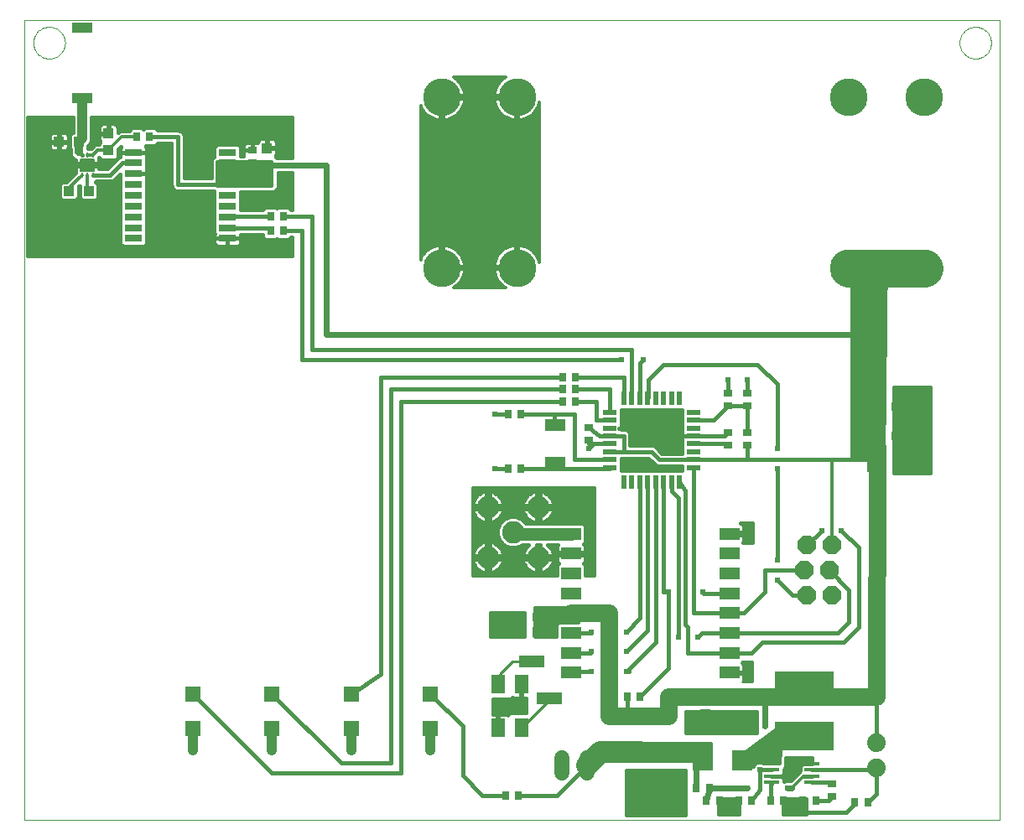
<source format=gtl>
G75*
%MOIN*%
%OFA0B0*%
%FSLAX24Y24*%
%IPPOS*%
%LPD*%
%AMOC8*
5,1,8,0,0,1.08239X$1,22.5*
%
%ADD10C,0.0000*%
%ADD11R,0.0580X0.0200*%
%ADD12R,0.0200X0.0580*%
%ADD13R,0.0787X0.0394*%
%ADD14R,0.0787X0.0512*%
%ADD15R,0.0709X0.0315*%
%ADD16R,0.0709X0.0276*%
%ADD17C,0.0886*%
%ADD18R,0.0591X0.0591*%
%ADD19R,0.0354X0.0276*%
%ADD20R,0.0276X0.0354*%
%ADD21R,0.0394X0.0394*%
%ADD22R,0.0394X0.0433*%
%ADD23R,0.0433X0.0394*%
%ADD24R,0.1063X0.0630*%
%ADD25C,0.1500*%
%ADD26OC8,0.0740*%
%ADD27R,0.0600X0.0180*%
%ADD28R,0.0787X0.0787*%
%ADD29R,0.0110X0.0197*%
%ADD30C,0.0050*%
%ADD31C,0.0740*%
%ADD32R,0.2362X0.1181*%
%ADD33R,0.0630X0.1063*%
%ADD34R,0.1000X0.0500*%
%ADD35R,0.0551X0.0748*%
%ADD36C,0.0600*%
%ADD37C,0.0160*%
%ADD38C,0.0238*%
%ADD39C,0.0400*%
%ADD40C,0.0100*%
%ADD41C,0.0120*%
%ADD42C,0.1500*%
%ADD43C,0.0240*%
%ADD44C,0.0700*%
%ADD45C,0.0500*%
%ADD46C,0.0860*%
%ADD47C,0.0320*%
D10*
X000574Y000251D02*
X000574Y032054D01*
X039341Y032054D01*
X039341Y000251D01*
X000574Y000251D01*
X000928Y031156D02*
X000930Y031206D01*
X000936Y031256D01*
X000946Y031305D01*
X000960Y031353D01*
X000977Y031400D01*
X000998Y031445D01*
X001023Y031489D01*
X001051Y031530D01*
X001083Y031569D01*
X001117Y031606D01*
X001154Y031640D01*
X001194Y031670D01*
X001236Y031697D01*
X001280Y031721D01*
X001326Y031742D01*
X001373Y031758D01*
X001421Y031771D01*
X001471Y031780D01*
X001520Y031785D01*
X001571Y031786D01*
X001621Y031783D01*
X001670Y031776D01*
X001719Y031765D01*
X001767Y031750D01*
X001813Y031732D01*
X001858Y031710D01*
X001901Y031684D01*
X001942Y031655D01*
X001981Y031623D01*
X002017Y031588D01*
X002049Y031550D01*
X002079Y031510D01*
X002106Y031467D01*
X002129Y031423D01*
X002148Y031377D01*
X002164Y031329D01*
X002176Y031280D01*
X002184Y031231D01*
X002188Y031181D01*
X002188Y031131D01*
X002184Y031081D01*
X002176Y031032D01*
X002164Y030983D01*
X002148Y030935D01*
X002129Y030889D01*
X002106Y030845D01*
X002079Y030802D01*
X002049Y030762D01*
X002017Y030724D01*
X001981Y030689D01*
X001942Y030657D01*
X001901Y030628D01*
X001858Y030602D01*
X001813Y030580D01*
X001767Y030562D01*
X001719Y030547D01*
X001670Y030536D01*
X001621Y030529D01*
X001571Y030526D01*
X001520Y030527D01*
X001471Y030532D01*
X001421Y030541D01*
X001373Y030554D01*
X001326Y030570D01*
X001280Y030591D01*
X001236Y030615D01*
X001194Y030642D01*
X001154Y030672D01*
X001117Y030706D01*
X001083Y030743D01*
X001051Y030782D01*
X001023Y030823D01*
X000998Y030867D01*
X000977Y030912D01*
X000960Y030959D01*
X000946Y031007D01*
X000936Y031056D01*
X000930Y031106D01*
X000928Y031156D01*
X037739Y031156D02*
X037741Y031206D01*
X037747Y031256D01*
X037757Y031305D01*
X037771Y031353D01*
X037788Y031400D01*
X037809Y031445D01*
X037834Y031489D01*
X037862Y031530D01*
X037894Y031569D01*
X037928Y031606D01*
X037965Y031640D01*
X038005Y031670D01*
X038047Y031697D01*
X038091Y031721D01*
X038137Y031742D01*
X038184Y031758D01*
X038232Y031771D01*
X038282Y031780D01*
X038331Y031785D01*
X038382Y031786D01*
X038432Y031783D01*
X038481Y031776D01*
X038530Y031765D01*
X038578Y031750D01*
X038624Y031732D01*
X038669Y031710D01*
X038712Y031684D01*
X038753Y031655D01*
X038792Y031623D01*
X038828Y031588D01*
X038860Y031550D01*
X038890Y031510D01*
X038917Y031467D01*
X038940Y031423D01*
X038959Y031377D01*
X038975Y031329D01*
X038987Y031280D01*
X038995Y031231D01*
X038999Y031181D01*
X038999Y031131D01*
X038995Y031081D01*
X038987Y031032D01*
X038975Y030983D01*
X038959Y030935D01*
X038940Y030889D01*
X038917Y030845D01*
X038890Y030802D01*
X038860Y030762D01*
X038828Y030724D01*
X038792Y030689D01*
X038753Y030657D01*
X038712Y030628D01*
X038669Y030602D01*
X038624Y030580D01*
X038578Y030562D01*
X038530Y030547D01*
X038481Y030536D01*
X038432Y030529D01*
X038382Y030526D01*
X038331Y030527D01*
X038282Y030532D01*
X038232Y030541D01*
X038184Y030554D01*
X038137Y030570D01*
X038091Y030591D01*
X038047Y030615D01*
X038005Y030642D01*
X037965Y030672D01*
X037928Y030706D01*
X037894Y030743D01*
X037862Y030782D01*
X037834Y030823D01*
X037809Y030867D01*
X037788Y030912D01*
X037771Y030959D01*
X037757Y031007D01*
X037747Y031056D01*
X037741Y031106D01*
X037739Y031156D01*
D11*
X027177Y016469D03*
X027177Y016159D03*
X027177Y015839D03*
X027177Y015529D03*
X027177Y015209D03*
X027177Y014899D03*
X027177Y014579D03*
X027177Y014269D03*
X023837Y014269D03*
X023837Y014579D03*
X023837Y014899D03*
X023837Y015209D03*
X023837Y015529D03*
X023837Y015839D03*
X023837Y016159D03*
X023837Y016469D03*
D12*
X024407Y017039D03*
X024717Y017039D03*
X025037Y017039D03*
X025347Y017039D03*
X025667Y017039D03*
X025977Y017039D03*
X026297Y017039D03*
X026607Y017039D03*
X026607Y013699D03*
X026297Y013699D03*
X025977Y013699D03*
X025667Y013699D03*
X025347Y013699D03*
X025037Y013699D03*
X024717Y013699D03*
X024407Y013699D03*
D13*
X002873Y028961D03*
X002873Y031757D03*
D14*
X021676Y015959D03*
X021676Y014463D03*
X022298Y011629D03*
X022298Y010841D03*
X022298Y010054D03*
X022298Y009267D03*
X022298Y008479D03*
X022298Y007692D03*
X022298Y006904D03*
X022298Y006117D03*
X028597Y006117D03*
X028597Y006904D03*
X028597Y007692D03*
X028597Y008479D03*
X028597Y009267D03*
X028597Y010054D03*
X028597Y010841D03*
X028597Y011629D03*
D15*
X008652Y023786D03*
X008652Y024219D03*
X008652Y024652D03*
X008652Y025085D03*
X008652Y025519D03*
X008652Y025952D03*
X008652Y026385D03*
X004912Y026385D03*
X004912Y025952D03*
X004912Y025519D03*
X004912Y025085D03*
X004912Y024652D03*
X004912Y024219D03*
X004912Y023786D03*
D16*
X004912Y023373D03*
X008652Y023373D03*
X008652Y026798D03*
X004912Y026798D03*
D17*
X018991Y012700D03*
X019991Y011700D03*
X020991Y012700D03*
X020991Y010700D03*
X018991Y010700D03*
D18*
X016715Y005270D03*
X016715Y003893D03*
X013566Y003893D03*
X013566Y005270D03*
X010416Y005270D03*
X010416Y003893D03*
X007267Y003893D03*
X007267Y005270D03*
D19*
X023015Y015349D03*
X023015Y015861D03*
X028526Y015664D03*
X028526Y015152D03*
X029314Y015152D03*
X029314Y015664D03*
X029314Y016727D03*
X029314Y017239D03*
X028526Y017239D03*
X028526Y016727D03*
X026656Y002672D03*
X026656Y002160D03*
X032660Y001688D03*
X032660Y001176D03*
X009629Y026373D03*
X009629Y026885D03*
D20*
X010357Y024267D03*
X010869Y024267D03*
X010869Y023676D03*
X010357Y023676D03*
X005554Y027416D03*
X005042Y027416D03*
X019806Y016393D03*
X020318Y016393D03*
X021971Y016885D03*
X021971Y017377D03*
X022483Y017377D03*
X022483Y016885D03*
X022483Y017869D03*
X021971Y017869D03*
X020318Y014227D03*
X019806Y014227D03*
X020397Y008322D03*
X020908Y008322D03*
X024530Y005172D03*
X025042Y005172D03*
X027286Y001530D03*
X027798Y001530D03*
X027680Y001038D03*
X028192Y001038D03*
X028960Y001038D03*
X029471Y001038D03*
X030239Y001038D03*
X030751Y001038D03*
X031519Y001038D03*
X032030Y001038D03*
X033586Y000940D03*
X034097Y000940D03*
X020219Y001235D03*
X019708Y001235D03*
X034668Y015507D03*
X035180Y015507D03*
X035180Y016688D03*
X034668Y016688D03*
D21*
X003133Y025251D03*
X002345Y025251D03*
X001952Y027219D03*
X002739Y027219D03*
D22*
X003920Y026885D03*
X003920Y027554D03*
X010219Y026963D03*
X010219Y026294D03*
X027641Y005113D03*
X027641Y004444D03*
X026066Y002751D03*
X026066Y002081D03*
D23*
X020987Y007731D03*
X020318Y007731D03*
X034589Y016097D03*
X035259Y016097D03*
X035259Y017278D03*
X034589Y017278D03*
D24*
X029117Y005133D03*
X029117Y004030D03*
X025082Y002967D03*
X025082Y001865D03*
D25*
X020160Y022200D03*
X017168Y022200D03*
X017168Y028991D03*
X020160Y028991D03*
X033349Y028991D03*
X036341Y028991D03*
X036341Y022200D03*
X033349Y022200D03*
D26*
X032676Y011176D03*
X031676Y011176D03*
X031576Y010176D03*
X032576Y010176D03*
X032676Y009176D03*
X031676Y009176D03*
D27*
X031886Y002501D03*
X031886Y002251D03*
X031886Y001991D03*
X031886Y001741D03*
X030286Y001741D03*
X030286Y001991D03*
X030286Y002251D03*
X030286Y002501D03*
D28*
X029117Y002613D03*
X027542Y002613D03*
D29*
X003290Y025900D03*
X003074Y025900D03*
X002857Y025900D03*
X002857Y026688D03*
X003074Y026688D03*
X003290Y026688D03*
D30*
X002810Y026521D02*
X002810Y026067D01*
X002810Y026521D02*
X003338Y026521D01*
X003338Y026067D01*
X002810Y026067D01*
X002810Y026116D02*
X003338Y026116D01*
X003338Y026165D02*
X002810Y026165D01*
X002810Y026214D02*
X003338Y026214D01*
X003338Y026263D02*
X002810Y026263D01*
X002810Y026312D02*
X003338Y026312D01*
X003338Y026361D02*
X002810Y026361D01*
X002810Y026410D02*
X003338Y026410D01*
X003338Y026459D02*
X002810Y026459D01*
X002810Y026508D02*
X003338Y026508D01*
D31*
X034432Y003318D03*
X034432Y002318D03*
D32*
X031578Y003581D03*
X031578Y005581D03*
D33*
X034373Y014621D03*
X035475Y014621D03*
D34*
X021440Y005074D03*
X020751Y006550D03*
D35*
X020337Y005644D03*
X019393Y005644D03*
X019393Y003912D03*
X020337Y003912D03*
D36*
X021924Y002716D02*
X021924Y002116D01*
X022924Y002116D02*
X022924Y002716D01*
D37*
X022924Y002416D02*
X021743Y001235D01*
X020219Y001235D01*
X019708Y001235D02*
X018782Y001235D01*
X017995Y002022D01*
X017995Y003991D01*
X016715Y005270D01*
X014747Y006058D02*
X014747Y017869D01*
X021971Y017869D01*
X022483Y017869D02*
X024407Y017869D01*
X024407Y017039D01*
X024717Y017039D02*
X024717Y018952D01*
X011991Y018952D01*
X011991Y024267D01*
X010869Y024267D01*
X011178Y024527D02*
X011081Y024624D01*
X010657Y024624D01*
X010613Y024580D01*
X010570Y024624D01*
X010145Y024624D01*
X010048Y024527D01*
X009187Y024527D01*
X009187Y025208D01*
X010464Y025208D01*
X010552Y025244D01*
X010620Y025312D01*
X010656Y025400D01*
X010656Y025994D01*
X011204Y025994D01*
X011204Y024527D01*
X011178Y024527D01*
X011204Y024660D02*
X009187Y024660D01*
X009187Y024818D02*
X011204Y024818D01*
X011204Y024977D02*
X009187Y024977D01*
X009187Y025135D02*
X011204Y025135D01*
X011204Y025294D02*
X010602Y025294D01*
X010656Y025452D02*
X011204Y025452D01*
X011204Y025611D02*
X010656Y025611D01*
X010656Y025769D02*
X011204Y025769D01*
X011204Y025928D02*
X010656Y025928D01*
X010593Y026594D02*
X010556Y026632D01*
X010560Y026636D01*
X010584Y026677D01*
X010596Y026723D01*
X010596Y026945D01*
X010238Y026945D01*
X010238Y026982D01*
X010201Y026982D01*
X010201Y027360D01*
X009999Y027360D01*
X009953Y027348D01*
X009912Y027324D01*
X009878Y027290D01*
X009855Y027249D01*
X009843Y027204D01*
X009843Y027199D01*
X009830Y027202D01*
X009629Y027202D01*
X009629Y026885D01*
X009629Y026885D01*
X009629Y027202D01*
X009428Y027202D01*
X009382Y027190D01*
X009341Y027166D01*
X009308Y027133D01*
X009284Y027092D01*
X009272Y027046D01*
X009272Y026885D01*
X009629Y026885D01*
X009629Y026885D01*
X009272Y026885D01*
X009272Y026723D01*
X009284Y026677D01*
X009287Y026672D01*
X009187Y026672D01*
X009187Y027010D01*
X009081Y027116D01*
X008224Y027116D01*
X008118Y027010D01*
X008118Y026637D01*
X008115Y026635D01*
X008047Y026568D01*
X008011Y026480D01*
X008011Y025779D01*
X006936Y025779D01*
X006936Y027468D01*
X006896Y027563D01*
X006823Y027637D01*
X006728Y027676D01*
X005864Y027676D01*
X005766Y027773D01*
X005342Y027773D01*
X005298Y027730D01*
X005255Y027773D01*
X004830Y027773D01*
X004724Y027668D01*
X004724Y027656D01*
X004404Y027656D01*
X004316Y027620D01*
X004297Y027601D01*
X004297Y027794D01*
X004285Y027840D01*
X004261Y027881D01*
X004228Y027915D01*
X004186Y027938D01*
X004141Y027950D01*
X003939Y027950D01*
X003939Y027572D01*
X003902Y027572D01*
X003902Y027536D01*
X003543Y027536D01*
X003543Y027314D01*
X003556Y027268D01*
X003579Y027227D01*
X003587Y027219D01*
X003543Y027176D01*
X003543Y027125D01*
X003439Y027125D01*
X003351Y027088D01*
X003229Y026966D01*
X003116Y026966D01*
X003116Y027059D01*
X003195Y027138D01*
X003253Y027278D01*
X003253Y028204D01*
X011204Y028204D01*
X011204Y026594D01*
X010593Y026594D01*
X010595Y026720D02*
X011204Y026720D01*
X011204Y026879D02*
X010596Y026879D01*
X010596Y026982D02*
X010596Y027204D01*
X010584Y027249D01*
X010560Y027290D01*
X010527Y027324D01*
X010486Y027348D01*
X010440Y027360D01*
X010238Y027360D01*
X010238Y026982D01*
X010596Y026982D01*
X010596Y027037D02*
X011204Y027037D01*
X011204Y027196D02*
X010596Y027196D01*
X010461Y027354D02*
X011204Y027354D01*
X011204Y027513D02*
X006917Y027513D01*
X006936Y027354D02*
X009978Y027354D01*
X010201Y027354D02*
X010238Y027354D01*
X010238Y027196D02*
X010201Y027196D01*
X010201Y027037D02*
X010238Y027037D01*
X009629Y027037D02*
X009629Y027037D01*
X009629Y027196D02*
X009629Y027196D01*
X009403Y027196D02*
X006936Y027196D01*
X006936Y027037D02*
X008145Y027037D01*
X008118Y026879D02*
X006936Y026879D01*
X006936Y026720D02*
X008118Y026720D01*
X008045Y026562D02*
X006936Y026562D01*
X006936Y026403D02*
X008011Y026403D01*
X008011Y026245D02*
X006936Y026245D01*
X006936Y026086D02*
X008011Y026086D01*
X008011Y025928D02*
X006936Y025928D01*
X006416Y025928D02*
X005447Y025928D01*
X005447Y025952D02*
X004912Y025952D01*
X005447Y025952D01*
X005447Y026133D01*
X005442Y026148D01*
X005447Y026153D01*
X005447Y026617D01*
X005442Y026621D01*
X005447Y026637D01*
X005447Y026798D01*
X005447Y026960D01*
X005434Y027005D01*
X005411Y027046D01*
X005398Y027059D01*
X005766Y027059D01*
X005864Y027156D01*
X006416Y027156D01*
X006416Y025467D01*
X006456Y025371D01*
X006529Y025298D01*
X006624Y025259D01*
X008101Y025259D01*
X008115Y025244D01*
X008118Y025243D01*
X008118Y023554D01*
X008122Y023550D01*
X008118Y023534D01*
X008118Y023373D01*
X008652Y023373D01*
X008652Y023373D01*
X008118Y023373D01*
X008118Y023211D01*
X008130Y023166D01*
X008154Y023125D01*
X008188Y023091D01*
X008229Y023067D01*
X008274Y023055D01*
X008652Y023055D01*
X008652Y023373D01*
X008652Y023373D01*
X009187Y023373D01*
X009187Y023526D01*
X010039Y023526D01*
X010039Y023424D01*
X010145Y023319D01*
X010570Y023319D01*
X010613Y023362D01*
X010657Y023319D01*
X011081Y023319D01*
X011178Y023416D01*
X011204Y023416D01*
X011204Y022692D01*
X000714Y022692D01*
X000714Y028204D01*
X002493Y028204D01*
X002493Y027596D01*
X002468Y027596D01*
X002362Y027491D01*
X002362Y027302D01*
X002359Y027295D01*
X002359Y027144D01*
X002362Y027136D01*
X002362Y026948D01*
X002399Y026911D01*
X002399Y026738D01*
X002451Y026613D01*
X002546Y026518D01*
X002604Y026494D01*
X002604Y026340D01*
X003028Y026340D01*
X003028Y026248D01*
X002604Y026248D01*
X002604Y026040D01*
X002616Y025998D01*
X002245Y025628D01*
X002074Y025628D01*
X001969Y025522D01*
X001969Y024979D01*
X002074Y024874D01*
X002617Y024874D01*
X002722Y024979D01*
X002722Y025426D01*
X002756Y025460D01*
X002756Y024979D01*
X002861Y024874D01*
X003404Y024874D01*
X003510Y024979D01*
X003510Y025522D01*
X003410Y025622D01*
X003420Y025622D01*
X003438Y025640D01*
X004031Y025640D01*
X004126Y025680D01*
X004378Y025931D01*
X004378Y025770D01*
X004382Y025755D01*
X004378Y025751D01*
X004378Y023160D01*
X004483Y023055D01*
X005341Y023055D01*
X005447Y023160D01*
X005447Y025751D01*
X005442Y025755D01*
X005447Y025770D01*
X005447Y025952D01*
X005447Y026086D02*
X006416Y026086D01*
X006416Y026245D02*
X005447Y026245D01*
X005447Y026403D02*
X006416Y026403D01*
X006416Y026562D02*
X005447Y026562D01*
X005447Y026720D02*
X006416Y026720D01*
X006416Y026879D02*
X005447Y026879D01*
X005447Y026798D02*
X004912Y026798D01*
X004378Y026798D01*
X004378Y026637D01*
X004379Y026631D01*
X004316Y026605D01*
X003872Y026160D01*
X003543Y026160D01*
X003543Y026248D01*
X003120Y026248D01*
X003120Y026340D01*
X003543Y026340D01*
X003543Y026548D01*
X003532Y026590D01*
X003543Y026601D01*
X003543Y026594D01*
X003649Y026488D01*
X004192Y026488D01*
X004297Y026594D01*
X004297Y026922D01*
X004404Y027029D01*
X004390Y027005D01*
X004378Y026960D01*
X004378Y026798D01*
X004912Y026798D01*
X004912Y026798D01*
X004912Y026798D01*
X005447Y026798D01*
X005416Y027037D02*
X006416Y027037D01*
X006676Y027416D02*
X005554Y027416D01*
X004728Y027671D02*
X004297Y027671D01*
X004287Y027830D02*
X011204Y027830D01*
X011204Y027988D02*
X003253Y027988D01*
X003253Y027830D02*
X003553Y027830D01*
X003556Y027840D02*
X003543Y027794D01*
X003543Y027572D01*
X003902Y027572D01*
X003902Y027950D01*
X003700Y027950D01*
X003654Y027938D01*
X003613Y027915D01*
X003579Y027881D01*
X003556Y027840D01*
X003543Y027671D02*
X003253Y027671D01*
X003253Y027513D02*
X003543Y027513D01*
X003543Y027354D02*
X003253Y027354D01*
X003219Y027196D02*
X003563Y027196D01*
X003300Y027037D02*
X003116Y027037D01*
X002857Y026688D02*
X002739Y026806D01*
X002502Y026562D02*
X000714Y026562D01*
X000714Y026720D02*
X002406Y026720D01*
X002399Y026879D02*
X002259Y026879D01*
X002259Y026878D02*
X002293Y026912D01*
X002316Y026953D01*
X002329Y026999D01*
X002329Y027201D01*
X001970Y027201D01*
X001970Y027238D01*
X001933Y027238D01*
X001933Y027596D01*
X001731Y027596D01*
X001685Y027584D01*
X001644Y027560D01*
X001611Y027527D01*
X001587Y027486D01*
X001575Y027440D01*
X001575Y027238D01*
X001933Y027238D01*
X001933Y027201D01*
X001575Y027201D01*
X001575Y026999D01*
X001587Y026953D01*
X001611Y026912D01*
X001644Y026878D01*
X001685Y026855D01*
X001731Y026842D01*
X001933Y026842D01*
X001933Y027201D01*
X001970Y027201D01*
X001970Y026842D01*
X002172Y026842D01*
X002218Y026855D01*
X002259Y026878D01*
X002329Y027037D02*
X002362Y027037D01*
X002359Y027196D02*
X002329Y027196D01*
X002329Y027238D02*
X002329Y027440D01*
X002316Y027486D01*
X002293Y027527D01*
X002259Y027560D01*
X002218Y027584D01*
X002172Y027596D01*
X001970Y027596D01*
X001970Y027238D01*
X002329Y027238D01*
X002329Y027354D02*
X002362Y027354D01*
X002384Y027513D02*
X002301Y027513D01*
X002493Y027671D02*
X000714Y027671D01*
X000714Y027513D02*
X001603Y027513D01*
X001575Y027354D02*
X000714Y027354D01*
X000714Y027196D02*
X001575Y027196D01*
X001575Y027037D02*
X000714Y027037D01*
X000714Y026879D02*
X001644Y026879D01*
X001933Y026879D02*
X001970Y026879D01*
X001970Y027037D02*
X001933Y027037D01*
X001933Y027196D02*
X001970Y027196D01*
X001970Y027354D02*
X001933Y027354D01*
X001933Y027513D02*
X001970Y027513D01*
X002493Y027830D02*
X000714Y027830D01*
X000714Y027988D02*
X002493Y027988D01*
X002493Y028147D02*
X000714Y028147D01*
X000714Y026403D02*
X002604Y026403D01*
X002604Y026245D02*
X000714Y026245D01*
X000714Y026086D02*
X002604Y026086D01*
X002545Y025928D02*
X000714Y025928D01*
X000714Y025769D02*
X002387Y025769D01*
X002057Y025611D02*
X000714Y025611D01*
X000714Y025452D02*
X001969Y025452D01*
X001969Y025294D02*
X000714Y025294D01*
X000714Y025135D02*
X001969Y025135D01*
X001971Y024977D02*
X000714Y024977D01*
X000714Y024818D02*
X004378Y024818D01*
X004378Y024660D02*
X000714Y024660D01*
X000714Y024501D02*
X004378Y024501D01*
X004378Y024343D02*
X000714Y024343D01*
X000714Y024184D02*
X004378Y024184D01*
X004378Y024026D02*
X000714Y024026D01*
X000714Y023867D02*
X004378Y023867D01*
X004378Y023709D02*
X000714Y023709D01*
X000714Y023550D02*
X004378Y023550D01*
X004378Y023392D02*
X000714Y023392D01*
X000714Y023233D02*
X004378Y023233D01*
X004464Y023075D02*
X000714Y023075D01*
X000714Y022916D02*
X011204Y022916D01*
X011204Y022758D02*
X000714Y022758D01*
X002720Y024977D02*
X002758Y024977D01*
X002756Y025135D02*
X002722Y025135D01*
X002722Y025294D02*
X002756Y025294D01*
X002749Y025452D02*
X002756Y025452D01*
X003421Y025611D02*
X004378Y025611D01*
X004378Y025769D02*
X004216Y025769D01*
X004374Y025928D02*
X004378Y025928D01*
X003979Y025900D02*
X004463Y026385D01*
X004912Y026385D01*
X004912Y025952D02*
X004912Y025952D01*
X005446Y025769D02*
X006416Y025769D01*
X006416Y025611D02*
X005447Y025611D01*
X005447Y025452D02*
X006422Y025452D01*
X006539Y025294D02*
X005447Y025294D01*
X005447Y025135D02*
X008118Y025135D01*
X008118Y024977D02*
X005447Y024977D01*
X005447Y024818D02*
X008118Y024818D01*
X008118Y024660D02*
X005447Y024660D01*
X005447Y024501D02*
X008118Y024501D01*
X008118Y024343D02*
X005447Y024343D01*
X005447Y024184D02*
X008118Y024184D01*
X008118Y024026D02*
X005447Y024026D01*
X005447Y023867D02*
X008118Y023867D01*
X008118Y023709D02*
X005447Y023709D01*
X005447Y023550D02*
X008122Y023550D01*
X008118Y023392D02*
X005447Y023392D01*
X005447Y023233D02*
X008118Y023233D01*
X008216Y023075D02*
X005361Y023075D01*
X004378Y024977D02*
X003507Y024977D01*
X003510Y025135D02*
X004378Y025135D01*
X004378Y025294D02*
X003510Y025294D01*
X003510Y025452D02*
X004378Y025452D01*
X003979Y025900D02*
X003290Y025900D01*
X003543Y026245D02*
X003956Y026245D01*
X004114Y026403D02*
X003543Y026403D01*
X003539Y026562D02*
X003575Y026562D01*
X004265Y026562D02*
X004273Y026562D01*
X004297Y026720D02*
X004378Y026720D01*
X004378Y026879D02*
X004297Y026879D01*
X003939Y027671D02*
X003902Y027671D01*
X003902Y027830D02*
X003939Y027830D01*
X003253Y028147D02*
X011204Y028147D01*
X011204Y027671D02*
X006739Y027671D01*
X006676Y027416D02*
X006676Y025519D01*
X008652Y025519D01*
X008700Y024267D02*
X010357Y024267D01*
X010247Y023786D02*
X010357Y023676D01*
X010247Y023786D02*
X008652Y023786D01*
X008652Y023373D02*
X008652Y023373D01*
X008652Y023055D01*
X009030Y023055D01*
X009076Y023067D01*
X009117Y023091D01*
X009151Y023125D01*
X009175Y023166D01*
X009187Y023211D01*
X009187Y023373D01*
X008652Y023373D01*
X008652Y023233D02*
X008652Y023233D01*
X008652Y023075D02*
X008652Y023075D01*
X009089Y023075D02*
X011204Y023075D01*
X011204Y023233D02*
X009187Y023233D01*
X009187Y023392D02*
X010072Y023392D01*
X010869Y023676D02*
X011597Y023676D01*
X011597Y018558D01*
X024294Y018558D01*
X025037Y018415D02*
X025180Y018558D01*
X025037Y018415D02*
X025037Y017039D01*
X025347Y017039D02*
X025377Y017069D01*
X025377Y017770D01*
X025967Y018361D01*
X029708Y018361D01*
X030495Y017574D01*
X030495Y015015D01*
X030495Y014227D02*
X030495Y010585D01*
X030003Y010192D02*
X031560Y010192D01*
X031576Y010176D01*
X032576Y010176D02*
X033349Y009403D01*
X033349Y008125D01*
X032916Y007692D01*
X028597Y007692D01*
X027503Y007692D01*
X027345Y007534D01*
X026952Y007928D02*
X026853Y008026D01*
X026853Y013354D01*
X026607Y013699D01*
X026297Y013699D02*
X026297Y013307D01*
X026558Y013046D01*
X026558Y007534D01*
X026952Y007928D02*
X026952Y006904D01*
X028597Y006904D01*
X029471Y006904D01*
X029904Y007337D01*
X033152Y007337D01*
X033743Y007928D01*
X033743Y011078D01*
X033054Y011767D01*
X032267Y011767D02*
X031676Y011176D01*
X030495Y009798D02*
X031117Y009176D01*
X031676Y009176D01*
X030003Y009306D02*
X030003Y010192D01*
X030003Y009306D02*
X029176Y008479D01*
X028597Y008479D01*
X027177Y008479D01*
X027177Y014269D01*
X027177Y014579D02*
X025813Y014579D01*
X025493Y014899D01*
X023837Y014899D01*
X024393Y014899D01*
X024393Y015529D01*
X023837Y015529D01*
X023445Y015529D01*
X023015Y015861D01*
X023310Y016159D02*
X023310Y016885D01*
X022483Y016885D01*
X022483Y017377D02*
X023837Y017377D01*
X023837Y016469D01*
X023837Y016159D02*
X023310Y016159D01*
X023015Y015349D02*
X023015Y015209D01*
X023211Y015209D01*
X023015Y015015D01*
X023211Y015209D02*
X023837Y015209D01*
X023839Y015211D01*
X024307Y015789D02*
X024307Y015839D01*
X024307Y015963D01*
X024302Y015980D01*
X024307Y015984D01*
X024307Y016569D01*
X026707Y016569D01*
X026707Y015664D01*
X026709Y015662D01*
X026707Y015653D01*
X026707Y015529D01*
X026952Y015529D01*
X026952Y015529D01*
X026707Y015529D01*
X026707Y015405D01*
X026711Y015388D01*
X026707Y015383D01*
X026707Y014839D01*
X025920Y014839D01*
X025713Y015046D01*
X025640Y015119D01*
X025544Y015159D01*
X024653Y015159D01*
X024653Y015581D01*
X024613Y015676D01*
X024540Y015749D01*
X024444Y015789D01*
X024307Y015789D01*
X024307Y015839D02*
X024196Y015839D01*
X024307Y015839D01*
X024307Y015942D02*
X026707Y015942D01*
X026707Y015784D02*
X024457Y015784D01*
X024634Y015625D02*
X026707Y015625D01*
X026707Y015467D02*
X024653Y015467D01*
X024653Y015308D02*
X026707Y015308D01*
X026707Y015150D02*
X025566Y015150D01*
X025768Y014991D02*
X026707Y014991D01*
X027177Y015209D02*
X028470Y015209D01*
X028526Y015152D01*
X028391Y015529D02*
X027177Y015529D01*
X027177Y016159D02*
X027958Y016159D01*
X028526Y016727D01*
X029314Y016727D01*
X029314Y015664D01*
X029314Y015152D02*
X029314Y014579D01*
X032660Y014579D01*
X034426Y014579D01*
X034471Y014625D01*
X029511Y012062D02*
X029511Y011274D01*
X029142Y011274D01*
X029159Y011303D01*
X029171Y011349D01*
X029171Y011581D01*
X028645Y011581D01*
X028645Y011677D01*
X029171Y011677D01*
X029171Y011908D01*
X029159Y011954D01*
X029135Y011995D01*
X029102Y012029D01*
X029061Y012052D01*
X029025Y012062D01*
X029511Y012062D01*
X029511Y011980D02*
X029144Y011980D01*
X029171Y011821D02*
X029511Y011821D01*
X029511Y011663D02*
X028645Y011663D01*
X029171Y011504D02*
X029511Y011504D01*
X029511Y011346D02*
X029170Y011346D01*
X028597Y009267D02*
X027582Y009267D01*
X027542Y009306D01*
X026164Y009306D02*
X026164Y006294D01*
X025042Y005172D01*
X024530Y005172D02*
X024530Y004522D01*
X024393Y004385D01*
X024688Y003302D02*
X027837Y003302D01*
X027837Y002613D01*
X024688Y002613D01*
X024688Y003302D01*
X024688Y003262D02*
X027837Y003262D01*
X027837Y003104D02*
X024688Y003104D01*
X024688Y002945D02*
X027837Y002945D01*
X027837Y002787D02*
X024688Y002787D01*
X024688Y002628D02*
X027837Y002628D01*
X026853Y002219D02*
X026853Y000448D01*
X024491Y000448D01*
X024491Y002219D01*
X026853Y002219D01*
X026853Y002153D02*
X024491Y002153D01*
X024491Y001994D02*
X026853Y001994D01*
X026853Y001836D02*
X024491Y001836D01*
X024491Y001677D02*
X026853Y001677D01*
X026853Y001519D02*
X024491Y001519D01*
X024491Y001360D02*
X026853Y001360D01*
X026853Y001202D02*
X024491Y001202D01*
X024491Y001043D02*
X026853Y001043D01*
X026853Y000885D02*
X024491Y000885D01*
X024491Y000726D02*
X026853Y000726D01*
X026853Y000568D02*
X024491Y000568D01*
X029471Y001038D02*
X029806Y001471D01*
X029806Y002251D01*
X030286Y002251D01*
X030286Y001991D02*
X030889Y001991D01*
X030889Y002318D01*
X030829Y002335D02*
X030824Y002416D01*
X030841Y002711D01*
X031873Y002711D01*
X031873Y002521D01*
X031511Y002521D01*
X031406Y002415D01*
X031406Y002214D01*
X031399Y002211D01*
X031326Y002138D01*
X031306Y002090D01*
X031046Y001830D01*
X030829Y001830D01*
X030766Y001804D01*
X030766Y001905D01*
X030675Y001996D01*
X030766Y002086D01*
X030766Y002261D01*
X030817Y002308D01*
X030818Y002323D01*
X030829Y002335D01*
X030818Y002311D02*
X031406Y002311D01*
X031282Y002318D02*
X031282Y002501D01*
X031886Y002501D01*
X031873Y002628D02*
X030836Y002628D01*
X030827Y002470D02*
X031460Y002470D01*
X031479Y002613D02*
X031479Y002680D01*
X031340Y002153D02*
X030766Y002153D01*
X030677Y001994D02*
X031210Y001994D01*
X031052Y001836D02*
X030766Y001836D01*
X030286Y001688D02*
X030239Y001641D01*
X030239Y001038D01*
X031282Y000644D02*
X031381Y000546D01*
X033251Y000546D01*
X033586Y000881D01*
X033586Y000940D01*
X034097Y000940D02*
X034432Y001274D01*
X034432Y002318D01*
X034365Y002251D01*
X031886Y002251D01*
X032397Y002251D01*
X032607Y001741D02*
X031886Y001741D01*
X031886Y001991D02*
X031546Y001991D01*
X032030Y001038D02*
X032523Y001038D01*
X032660Y001176D01*
X032660Y001688D02*
X032607Y001741D01*
X034432Y003318D02*
X034432Y005172D01*
X026164Y009306D02*
X025967Y009306D01*
X025977Y010496D01*
X025977Y013699D01*
X025667Y013699D02*
X025667Y007332D01*
X024491Y006156D01*
X024589Y006156D01*
X024491Y006944D02*
X025347Y007799D01*
X025347Y013699D01*
X025037Y013699D02*
X025037Y008277D01*
X024491Y007731D01*
X023113Y007731D02*
X023112Y007721D01*
X023108Y007712D01*
X023102Y007703D01*
X023094Y007697D01*
X023084Y007693D01*
X023074Y007692D01*
X022298Y007692D01*
X022298Y006904D02*
X023074Y006904D01*
X023113Y006944D01*
X023113Y006156D02*
X022337Y006156D01*
X022327Y006155D01*
X022318Y006151D01*
X022309Y006145D01*
X022303Y006137D01*
X022299Y006127D01*
X022298Y006117D01*
X021724Y009995D02*
X018389Y009995D01*
X018389Y010538D01*
X018414Y010460D01*
X018458Y010373D01*
X018516Y010294D01*
X018585Y010224D01*
X018665Y010167D01*
X018752Y010122D01*
X018845Y010092D01*
X018923Y010080D01*
X018923Y010632D01*
X018389Y010632D01*
X018389Y010767D01*
X018923Y010767D01*
X018923Y010632D01*
X019059Y010632D01*
X019059Y010767D01*
X019611Y010767D01*
X019599Y010845D01*
X019568Y010939D01*
X019524Y011026D01*
X019466Y011105D01*
X019397Y011175D01*
X019318Y011232D01*
X019230Y011277D01*
X019137Y011307D01*
X019059Y011320D01*
X019059Y010767D01*
X018923Y010767D01*
X018923Y011320D01*
X018845Y011307D01*
X018752Y011277D01*
X018665Y011232D01*
X018585Y011175D01*
X018516Y011105D01*
X018458Y011026D01*
X018414Y010939D01*
X018389Y010862D01*
X018389Y012538D01*
X018414Y012460D01*
X018458Y012373D01*
X018516Y012294D01*
X018585Y012224D01*
X018665Y012167D01*
X018752Y012122D01*
X018845Y012092D01*
X018923Y012080D01*
X018923Y012632D01*
X018389Y012632D01*
X018389Y012767D01*
X018923Y012767D01*
X018923Y012632D01*
X019059Y012632D01*
X019059Y012767D01*
X019611Y012767D01*
X019599Y012845D01*
X019568Y012939D01*
X019524Y013026D01*
X019466Y013105D01*
X019397Y013175D01*
X019318Y013232D01*
X019230Y013277D01*
X019137Y013307D01*
X019059Y013320D01*
X019059Y012767D01*
X018923Y012767D01*
X018923Y013320D01*
X018845Y013307D01*
X018752Y013277D01*
X018665Y013232D01*
X018585Y013175D01*
X018516Y013105D01*
X018458Y013026D01*
X018414Y012939D01*
X018389Y012862D01*
X018389Y013440D01*
X023211Y013440D01*
X023211Y009995D01*
X022872Y009995D01*
X022872Y010384D01*
X022809Y010448D01*
X022836Y010475D01*
X022860Y010516D01*
X022872Y010562D01*
X022872Y010793D01*
X022346Y010793D01*
X022346Y010889D01*
X022872Y010889D01*
X022872Y011121D01*
X022860Y011167D01*
X022836Y011208D01*
X022809Y011235D01*
X022872Y011298D01*
X022872Y011959D01*
X022766Y012065D01*
X021830Y012065D01*
X021824Y012059D01*
X020513Y012059D01*
X020344Y012228D01*
X020115Y012323D01*
X019867Y012323D01*
X019638Y012228D01*
X019463Y012052D01*
X019368Y011824D01*
X019368Y011576D01*
X019463Y011347D01*
X019638Y011172D01*
X019867Y011077D01*
X020115Y011077D01*
X020344Y011172D01*
X020371Y011199D01*
X020618Y011199D01*
X020585Y011175D01*
X020516Y011105D01*
X020458Y011026D01*
X020414Y010939D01*
X020383Y010845D01*
X020371Y010767D01*
X020923Y010767D01*
X020923Y010632D01*
X020371Y010632D01*
X020383Y010554D01*
X020414Y010460D01*
X020458Y010373D01*
X020516Y010294D01*
X020585Y010224D01*
X020665Y010167D01*
X020752Y010122D01*
X020845Y010092D01*
X020923Y010080D01*
X020923Y010632D01*
X021059Y010632D01*
X021059Y010767D01*
X021611Y010767D01*
X021599Y010845D01*
X021568Y010939D01*
X021524Y011026D01*
X021466Y011105D01*
X021397Y011175D01*
X021364Y011199D01*
X021755Y011199D01*
X021737Y011167D01*
X021724Y011121D01*
X021724Y010889D01*
X022250Y010889D01*
X022250Y010793D01*
X021724Y010793D01*
X021724Y010562D01*
X021737Y010516D01*
X021760Y010475D01*
X021788Y010448D01*
X021724Y010384D01*
X021724Y009995D01*
X021724Y010078D02*
X018389Y010078D01*
X018389Y010236D02*
X018573Y010236D01*
X018447Y010395D02*
X018389Y010395D01*
X018389Y010712D02*
X018923Y010712D01*
X019059Y010712D02*
X020923Y010712D01*
X020923Y010767D02*
X020923Y011199D01*
X021059Y011199D01*
X021059Y010767D01*
X020923Y010767D01*
X020923Y010870D02*
X021059Y010870D01*
X021059Y010712D02*
X021724Y010712D01*
X021611Y010632D02*
X021059Y010632D01*
X021059Y010080D01*
X021137Y010092D01*
X021230Y010122D01*
X021318Y010167D01*
X021397Y010224D01*
X021466Y010294D01*
X021524Y010373D01*
X021568Y010460D01*
X021599Y010554D01*
X021611Y010632D01*
X021598Y010553D02*
X021727Y010553D01*
X021735Y010395D02*
X021535Y010395D01*
X021409Y010236D02*
X021724Y010236D01*
X021059Y010236D02*
X020923Y010236D01*
X020923Y010395D02*
X021059Y010395D01*
X021059Y010553D02*
X020923Y010553D01*
X020573Y010236D02*
X019409Y010236D01*
X019397Y010224D02*
X019466Y010294D01*
X019524Y010373D01*
X019568Y010460D01*
X019599Y010554D01*
X019611Y010632D01*
X019059Y010632D01*
X019059Y010080D01*
X019137Y010092D01*
X019230Y010122D01*
X019318Y010167D01*
X019397Y010224D01*
X019535Y010395D02*
X020447Y010395D01*
X020384Y010553D02*
X019598Y010553D01*
X019591Y010870D02*
X020392Y010870D01*
X020460Y011029D02*
X019522Y011029D01*
X019622Y011187D02*
X019380Y011187D01*
X019464Y011346D02*
X018389Y011346D01*
X018389Y011504D02*
X019398Y011504D01*
X019368Y011663D02*
X018389Y011663D01*
X018389Y011821D02*
X019368Y011821D01*
X019433Y011980D02*
X018389Y011980D01*
X018389Y012138D02*
X018721Y012138D01*
X018923Y012138D02*
X019059Y012138D01*
X019059Y012080D02*
X019137Y012092D01*
X019230Y012122D01*
X019318Y012167D01*
X019397Y012224D01*
X019466Y012294D01*
X019524Y012373D01*
X019568Y012460D01*
X019599Y012554D01*
X019611Y012632D01*
X019059Y012632D01*
X019059Y012080D01*
X019261Y012138D02*
X019549Y012138D01*
X019468Y012297D02*
X019805Y012297D01*
X019566Y012455D02*
X020416Y012455D01*
X020414Y012460D02*
X020458Y012373D01*
X020516Y012294D01*
X020585Y012224D01*
X020665Y012167D01*
X020752Y012122D01*
X020845Y012092D01*
X020923Y012080D01*
X020923Y012632D01*
X020371Y012632D01*
X020383Y012554D01*
X020414Y012460D01*
X020374Y012614D02*
X019608Y012614D01*
X019610Y012772D02*
X020372Y012772D01*
X020371Y012767D02*
X020923Y012767D01*
X020923Y012632D01*
X021059Y012632D01*
X021059Y012767D01*
X021611Y012767D01*
X021599Y012845D01*
X021568Y012939D01*
X021524Y013026D01*
X021466Y013105D01*
X021397Y013175D01*
X021318Y013232D01*
X021230Y013277D01*
X021137Y013307D01*
X021059Y013320D01*
X021059Y012767D01*
X020923Y012767D01*
X020923Y013320D01*
X020845Y013307D01*
X020752Y013277D01*
X020665Y013232D01*
X020585Y013175D01*
X020516Y013105D01*
X020458Y013026D01*
X020414Y012939D01*
X020383Y012845D01*
X020371Y012767D01*
X020411Y012931D02*
X019571Y012931D01*
X019478Y013089D02*
X020504Y013089D01*
X020695Y013248D02*
X019287Y013248D01*
X019059Y013248D02*
X018923Y013248D01*
X018923Y013089D02*
X019059Y013089D01*
X019059Y012931D02*
X018923Y012931D01*
X018923Y012772D02*
X019059Y012772D01*
X019059Y012614D02*
X018923Y012614D01*
X018923Y012455D02*
X019059Y012455D01*
X019059Y012297D02*
X018923Y012297D01*
X018514Y012297D02*
X018389Y012297D01*
X018389Y012455D02*
X018416Y012455D01*
X018389Y012931D02*
X018411Y012931D01*
X018389Y013089D02*
X018504Y013089D01*
X018389Y013248D02*
X018695Y013248D01*
X018389Y013406D02*
X023211Y013406D01*
X023211Y013248D02*
X021287Y013248D01*
X021059Y013248D02*
X020923Y013248D01*
X020923Y013089D02*
X021059Y013089D01*
X021059Y012931D02*
X020923Y012931D01*
X020923Y012772D02*
X021059Y012772D01*
X021059Y012632D02*
X021611Y012632D01*
X021599Y012554D01*
X021568Y012460D01*
X021524Y012373D01*
X021466Y012294D01*
X021397Y012224D01*
X021318Y012167D01*
X021230Y012122D01*
X021137Y012092D01*
X021059Y012080D01*
X021059Y012632D01*
X021059Y012614D02*
X020923Y012614D01*
X020923Y012455D02*
X021059Y012455D01*
X021059Y012297D02*
X020923Y012297D01*
X020923Y012138D02*
X021059Y012138D01*
X021261Y012138D02*
X023211Y012138D01*
X023211Y011980D02*
X022851Y011980D01*
X022872Y011821D02*
X023211Y011821D01*
X023211Y011663D02*
X022872Y011663D01*
X022872Y011504D02*
X023211Y011504D01*
X023211Y011346D02*
X022872Y011346D01*
X022848Y011187D02*
X023211Y011187D01*
X023211Y011029D02*
X022872Y011029D01*
X022872Y010712D02*
X023211Y010712D01*
X023211Y010870D02*
X022346Y010870D01*
X022250Y010870D02*
X021591Y010870D01*
X021522Y011029D02*
X021724Y011029D01*
X021749Y011187D02*
X021380Y011187D01*
X021059Y011187D02*
X020923Y011187D01*
X020923Y011029D02*
X021059Y011029D01*
X020603Y011187D02*
X020360Y011187D01*
X020433Y012138D02*
X020721Y012138D01*
X020514Y012297D02*
X020177Y012297D01*
X021468Y012297D02*
X023211Y012297D01*
X023211Y012455D02*
X021566Y012455D01*
X021608Y012614D02*
X023211Y012614D01*
X023211Y012772D02*
X021610Y012772D01*
X021571Y012931D02*
X023211Y012931D01*
X023211Y013089D02*
X021478Y013089D01*
X021637Y014227D02*
X020318Y014227D01*
X019806Y014227D02*
X019274Y014227D01*
X019274Y016393D02*
X019806Y016393D01*
X020318Y016393D02*
X021637Y016393D01*
X021637Y015999D01*
X021676Y015959D01*
X021637Y016393D02*
X022424Y016393D01*
X022424Y014579D01*
X023837Y014579D01*
X023837Y014269D02*
X023837Y014227D01*
X021637Y014227D01*
X021637Y014424D01*
X021676Y014463D01*
X024196Y015839D02*
X024196Y015839D01*
X024307Y016101D02*
X026707Y016101D01*
X026707Y016259D02*
X024307Y016259D01*
X024307Y016418D02*
X026707Y016418D01*
X028391Y015529D02*
X028526Y015664D01*
X029314Y014579D02*
X027177Y014579D01*
X026707Y014319D02*
X026707Y014169D01*
X024307Y014169D01*
X024307Y014639D01*
X025385Y014639D01*
X025665Y014358D01*
X025761Y014319D01*
X026707Y014319D01*
X026707Y014199D02*
X024307Y014199D01*
X024307Y014357D02*
X025668Y014357D01*
X025508Y014516D02*
X024307Y014516D01*
X021971Y016885D02*
X015534Y016885D01*
X015534Y002121D01*
X010416Y002121D01*
X007267Y005270D01*
X010416Y005270D02*
X013172Y002515D01*
X015141Y002515D01*
X015141Y017377D01*
X021971Y017377D01*
X028526Y017239D02*
X028526Y017770D01*
X029314Y017770D02*
X029314Y017239D01*
X023211Y010553D02*
X022870Y010553D01*
X022861Y010395D02*
X023211Y010395D01*
X023211Y010236D02*
X022872Y010236D01*
X022872Y010078D02*
X023211Y010078D01*
X019059Y010236D02*
X018923Y010236D01*
X018923Y010395D02*
X019059Y010395D01*
X019059Y010553D02*
X018923Y010553D01*
X018923Y010870D02*
X019059Y010870D01*
X019059Y011029D02*
X018923Y011029D01*
X018923Y011187D02*
X019059Y011187D01*
X018603Y011187D02*
X018389Y011187D01*
X018389Y011029D02*
X018460Y011029D01*
X018392Y010870D02*
X018389Y010870D01*
X014747Y006058D02*
X013566Y005270D01*
X011204Y023392D02*
X011154Y023392D01*
X008700Y024267D02*
X008652Y024219D01*
X009187Y026720D02*
X009272Y026720D01*
X009272Y026879D02*
X009187Y026879D01*
X009160Y027037D02*
X009272Y027037D01*
D38*
X009235Y027416D03*
X009826Y027515D03*
X009826Y028007D03*
X009235Y028007D03*
X008645Y028007D03*
X008054Y028007D03*
X007463Y028007D03*
X006873Y028007D03*
X006282Y028007D03*
X005692Y028007D03*
X005101Y028007D03*
X004511Y028007D03*
X003920Y028007D03*
X003428Y028007D03*
X003428Y027416D03*
X003723Y026333D03*
X003133Y026235D03*
X002345Y026038D03*
X001952Y025743D03*
X001755Y025251D03*
X000967Y025644D03*
X000967Y026432D03*
X001558Y026235D03*
X001952Y026629D03*
X002345Y026530D03*
X001460Y027219D03*
X000967Y027219D03*
X000967Y028007D03*
X001558Y028007D03*
X001952Y028007D03*
X002345Y028007D03*
X003723Y025448D03*
X004117Y025448D03*
X003625Y024759D03*
X003723Y024070D03*
X002739Y024660D03*
X000967Y024857D03*
X000967Y024070D03*
X000967Y023282D03*
X001755Y022889D03*
X002739Y022889D03*
X003723Y022889D03*
X004708Y022889D03*
X005692Y022889D03*
X005889Y023479D03*
X006676Y022889D03*
X007463Y023479D03*
X007660Y022889D03*
X008645Y022889D03*
X009432Y022889D03*
X010219Y022889D03*
X011007Y022889D03*
X009432Y024857D03*
X010219Y025054D03*
X011007Y025054D03*
X011007Y025841D03*
X011007Y026826D03*
X011007Y027416D03*
X010416Y027515D03*
X010416Y028007D03*
X011007Y028007D03*
X008645Y027416D03*
X008054Y027416D03*
X007463Y027416D03*
X007463Y026826D03*
X007463Y026038D03*
X007463Y025054D03*
X007463Y024267D03*
X005889Y024267D03*
X005889Y025054D03*
X006086Y025644D03*
X005692Y026038D03*
X005692Y026432D03*
X006086Y026432D03*
X005692Y026826D03*
X019274Y016393D03*
X019274Y014227D03*
X021834Y012259D03*
X022227Y012259D03*
X022621Y012259D03*
X023015Y012259D03*
X023015Y011865D03*
X023015Y011471D03*
X023015Y011078D03*
X023015Y010684D03*
X023015Y010290D03*
X019865Y008322D03*
X019274Y008322D03*
X019274Y007731D03*
X019865Y007731D03*
X019865Y004778D03*
X019471Y004778D03*
X020259Y004778D03*
X023113Y006156D03*
X023113Y006944D03*
X023113Y007731D03*
X024491Y007731D03*
X024491Y006944D03*
X024491Y006156D03*
X026558Y007534D03*
X027345Y007534D03*
X027542Y009306D03*
X026164Y009306D03*
X029314Y011471D03*
X029314Y011865D03*
X030495Y010585D03*
X030495Y009798D03*
X032267Y011767D03*
X033054Y011767D03*
X030495Y014227D03*
X030495Y015015D03*
X029314Y017770D03*
X028526Y017770D03*
X026558Y016393D03*
X024393Y016393D03*
X023015Y015015D03*
X024393Y014522D03*
X025475Y014326D03*
X022818Y013046D03*
X024294Y018558D03*
X025180Y018558D03*
X035810Y017278D03*
X036400Y017278D03*
X036400Y016688D03*
X035810Y016688D03*
X035810Y016097D03*
X036400Y016097D03*
X036400Y015507D03*
X035810Y015507D03*
X036400Y014916D03*
X036400Y014326D03*
X029314Y006353D03*
X029314Y005959D03*
X028231Y004286D03*
X028231Y003893D03*
X027837Y003893D03*
X027444Y003893D03*
X027050Y003893D03*
X027050Y004286D03*
X030003Y003991D03*
X031086Y002613D03*
X031282Y002318D03*
X031479Y002613D03*
X030889Y002318D03*
X031086Y002022D03*
X030889Y001530D03*
X029806Y002251D03*
X029314Y001530D03*
X028822Y000644D03*
X028330Y000644D03*
X026460Y000644D03*
X025869Y000644D03*
X025278Y000644D03*
X024688Y000644D03*
X024688Y001235D03*
X025278Y001235D03*
X025869Y001235D03*
X026460Y001235D03*
X026460Y001727D03*
X025869Y001727D03*
X030987Y000644D03*
X031479Y000644D03*
X016715Y003007D03*
X013566Y003007D03*
X010416Y003007D03*
X007267Y003007D03*
D39*
X007267Y003893D01*
X010416Y003893D02*
X010416Y003007D01*
X013566Y003007D02*
X013566Y003893D01*
X016715Y003893D02*
X016715Y003007D01*
X002739Y027219D02*
X002873Y027353D01*
X002873Y028961D01*
D40*
X019078Y008519D02*
X020456Y008519D01*
X020456Y007534D01*
X019078Y007534D01*
X019078Y008519D01*
X019078Y008426D02*
X020456Y008426D01*
X020456Y008328D02*
X019078Y008328D01*
X019078Y008229D02*
X020456Y008229D01*
X020456Y008131D02*
X019078Y008131D01*
X019078Y008032D02*
X020456Y008032D01*
X020456Y007934D02*
X019078Y007934D01*
X019078Y007835D02*
X020456Y007835D01*
X020456Y007737D02*
X019078Y007737D01*
X019078Y007638D02*
X020456Y007638D01*
X020456Y007540D02*
X019078Y007540D01*
X019963Y006550D02*
X020751Y006550D01*
X019963Y006550D02*
X019471Y006058D01*
X019471Y005723D01*
X019472Y005723D02*
X019470Y005708D01*
X019466Y005693D01*
X019459Y005679D01*
X019449Y005667D01*
X019437Y005657D01*
X019423Y005650D01*
X019408Y005646D01*
X019393Y005644D01*
X019176Y005074D02*
X019865Y005074D01*
X019956Y005164D01*
X019970Y005150D01*
X020004Y005131D01*
X020042Y005120D01*
X020287Y005120D01*
X020287Y005594D01*
X020387Y005594D01*
X020387Y005120D01*
X020554Y005120D01*
X020554Y004483D01*
X019865Y004483D01*
X019774Y004392D01*
X019760Y004406D01*
X019726Y004426D01*
X019688Y004436D01*
X019443Y004436D01*
X019443Y003962D01*
X019343Y003962D01*
X019343Y004436D01*
X019176Y004436D01*
X019176Y005074D01*
X019176Y004979D02*
X020554Y004979D01*
X020554Y005077D02*
X019869Y005077D01*
X020287Y005176D02*
X020387Y005176D01*
X020387Y005274D02*
X020287Y005274D01*
X020287Y005373D02*
X020387Y005373D01*
X020387Y005471D02*
X020287Y005471D01*
X020287Y005570D02*
X020387Y005570D01*
X020554Y004880D02*
X019176Y004880D01*
X019176Y004782D02*
X020554Y004782D01*
X020554Y004683D02*
X019176Y004683D01*
X019176Y004585D02*
X020554Y004585D01*
X020554Y004486D02*
X019176Y004486D01*
X019343Y004388D02*
X019443Y004388D01*
X019443Y004289D02*
X019343Y004289D01*
X019343Y004191D02*
X019443Y004191D01*
X019443Y004092D02*
X019343Y004092D01*
X019343Y003994D02*
X019443Y003994D01*
X020337Y003912D02*
X021440Y005015D01*
X021440Y005074D01*
X021754Y007534D02*
X020849Y007534D01*
X020849Y008715D01*
X022621Y008715D01*
X022621Y008098D01*
X021842Y008098D01*
X021754Y008010D01*
X021754Y007534D01*
X021754Y007540D02*
X020849Y007540D01*
X020849Y007638D02*
X021754Y007638D01*
X021754Y007737D02*
X020849Y007737D01*
X020849Y007835D02*
X021754Y007835D01*
X021754Y007934D02*
X020849Y007934D01*
X020849Y008032D02*
X021777Y008032D01*
X022621Y008131D02*
X020849Y008131D01*
X020849Y008229D02*
X022621Y008229D01*
X022621Y008328D02*
X020849Y008328D01*
X020849Y008426D02*
X022621Y008426D01*
X022621Y008525D02*
X020849Y008525D01*
X020849Y008623D02*
X022621Y008623D01*
X026853Y004581D02*
X026853Y003696D01*
X029708Y003696D01*
X029708Y004581D01*
X026853Y004581D01*
X026853Y004486D02*
X029708Y004486D01*
X029708Y004388D02*
X026853Y004388D01*
X026853Y004289D02*
X029708Y004289D01*
X029708Y004191D02*
X026853Y004191D01*
X026853Y004092D02*
X029708Y004092D01*
X029708Y003994D02*
X026853Y003994D01*
X026853Y003895D02*
X029708Y003895D01*
X029708Y003797D02*
X026853Y003797D01*
X026853Y003698D02*
X029708Y003698D01*
X029923Y003501D02*
X030657Y003501D01*
X030651Y003403D02*
X029794Y003403D01*
X029665Y003304D02*
X030646Y003304D01*
X030640Y003206D02*
X029536Y003206D01*
X029408Y003107D02*
X030634Y003107D01*
X030628Y003009D02*
X029279Y003009D01*
X029150Y002910D02*
X030622Y002910D01*
X030617Y002812D02*
X029021Y002812D01*
X029019Y002810D02*
X030692Y004089D01*
X030598Y002491D01*
X029930Y002491D01*
X029860Y002520D01*
X029752Y002520D01*
X029654Y002479D01*
X029578Y002403D01*
X029558Y002355D01*
X028920Y002318D01*
X028920Y002810D01*
X029019Y002810D01*
X028920Y002713D02*
X030611Y002713D01*
X030605Y002615D02*
X028920Y002615D01*
X028920Y002516D02*
X029744Y002516D01*
X029868Y002516D02*
X030599Y002516D01*
X030286Y001741D02*
X030286Y001688D01*
X030692Y001137D02*
X030692Y000448D01*
X031479Y000448D01*
X030692Y000448D01*
X030692Y000546D02*
X031479Y000546D01*
X031479Y000448D02*
X031479Y001137D01*
X030692Y001137D01*
X030692Y001039D02*
X031479Y001039D01*
X031479Y000940D02*
X030692Y000940D01*
X030692Y000842D02*
X031479Y000842D01*
X031479Y000743D02*
X030692Y000743D01*
X030692Y000645D02*
X031479Y000645D01*
X031676Y000645D02*
X030889Y000645D01*
X030889Y000743D02*
X031676Y000743D01*
X031676Y000842D02*
X030889Y000842D01*
X030889Y000940D02*
X031676Y000940D01*
X031676Y001039D02*
X030889Y001039D01*
X030889Y001137D02*
X030889Y000448D01*
X031676Y000448D01*
X030889Y000448D01*
X030889Y000546D02*
X031676Y000546D01*
X031676Y000448D02*
X031676Y001137D01*
X030889Y001137D01*
X029592Y002418D02*
X028920Y002418D01*
X028920Y002319D02*
X028947Y002319D01*
X029019Y001137D02*
X028133Y001137D01*
X028133Y000448D01*
X029019Y000448D01*
X028133Y000448D01*
X028133Y000546D02*
X029019Y000546D01*
X029019Y000448D02*
X029019Y001137D01*
X029019Y001039D02*
X028133Y001039D01*
X028133Y000940D02*
X029019Y000940D01*
X029019Y000842D02*
X028133Y000842D01*
X028133Y000743D02*
X029019Y000743D01*
X029019Y000645D02*
X028133Y000645D01*
X030052Y003600D02*
X030663Y003600D01*
X030669Y003698D02*
X030180Y003698D01*
X030309Y003797D02*
X030675Y003797D01*
X030680Y003895D02*
X030438Y003895D01*
X030567Y003994D02*
X030686Y003994D01*
X031774Y005172D02*
X031774Y005270D01*
X031774Y005330D01*
X031774Y005270D02*
X032381Y005270D01*
X032267Y005172D01*
X029511Y005763D02*
X029105Y005763D01*
X029111Y005769D01*
X029131Y005803D01*
X029141Y005841D01*
X029141Y006067D01*
X028647Y006067D01*
X028647Y006167D01*
X029141Y006167D01*
X029141Y006393D01*
X029131Y006431D01*
X029111Y006465D01*
X029083Y006493D01*
X029061Y006506D01*
X029105Y006550D01*
X029511Y006550D01*
X029511Y005763D01*
X029511Y005767D02*
X029109Y005767D01*
X029141Y005865D02*
X029511Y005865D01*
X029511Y005964D02*
X029141Y005964D01*
X029141Y006062D02*
X029511Y006062D01*
X029511Y006161D02*
X028647Y006161D01*
X029141Y006259D02*
X029511Y006259D01*
X029511Y006358D02*
X029141Y006358D01*
X029116Y006456D02*
X029511Y006456D01*
X035121Y014030D02*
X035121Y017475D01*
X036597Y017475D01*
X036597Y014030D01*
X035121Y014030D01*
X035121Y014041D02*
X036597Y014041D01*
X036597Y014139D02*
X035121Y014139D01*
X035121Y014238D02*
X036597Y014238D01*
X036597Y014336D02*
X035121Y014336D01*
X035121Y014435D02*
X036597Y014435D01*
X036597Y014533D02*
X035121Y014533D01*
X035121Y014632D02*
X036597Y014632D01*
X036597Y014730D02*
X035121Y014730D01*
X035121Y014829D02*
X036597Y014829D01*
X036597Y014927D02*
X035121Y014927D01*
X035121Y015026D02*
X036597Y015026D01*
X036597Y015124D02*
X035121Y015124D01*
X035121Y015223D02*
X036597Y015223D01*
X036597Y015321D02*
X035121Y015321D01*
X035121Y015420D02*
X036597Y015420D01*
X036597Y015518D02*
X035121Y015518D01*
X035121Y015617D02*
X036597Y015617D01*
X036597Y015715D02*
X035121Y015715D01*
X035121Y015814D02*
X036597Y015814D01*
X036597Y015912D02*
X035121Y015912D01*
X035121Y016011D02*
X036597Y016011D01*
X036597Y016109D02*
X035121Y016109D01*
X035121Y016208D02*
X036597Y016208D01*
X036597Y016306D02*
X035121Y016306D01*
X035121Y016405D02*
X036597Y016405D01*
X036597Y016503D02*
X035121Y016503D01*
X035121Y016602D02*
X036597Y016602D01*
X036597Y016700D02*
X035121Y016700D01*
X035121Y016799D02*
X036597Y016799D01*
X036597Y016897D02*
X035121Y016897D01*
X035121Y016996D02*
X036597Y016996D01*
X036597Y017094D02*
X035121Y017094D01*
X035121Y017193D02*
X036597Y017193D01*
X036597Y017291D02*
X035121Y017291D01*
X035121Y017390D02*
X036597Y017390D01*
X034761Y017390D02*
X033448Y017390D01*
X033448Y017488D02*
X034762Y017488D01*
X034763Y017587D02*
X033448Y017587D01*
X033448Y017685D02*
X034765Y017685D01*
X034766Y017784D02*
X033448Y017784D01*
X033448Y017882D02*
X034767Y017882D01*
X034768Y017981D02*
X033448Y017981D01*
X033448Y018079D02*
X034769Y018079D01*
X034771Y018178D02*
X033448Y018178D01*
X033448Y018276D02*
X034772Y018276D01*
X034773Y018375D02*
X033448Y018375D01*
X033448Y018473D02*
X034774Y018473D01*
X034775Y018572D02*
X033448Y018572D01*
X033448Y018670D02*
X034777Y018670D01*
X034778Y018769D02*
X033448Y018769D01*
X033448Y018867D02*
X034779Y018867D01*
X034780Y018966D02*
X033448Y018966D01*
X033448Y019064D02*
X034781Y019064D01*
X034783Y019163D02*
X033448Y019163D01*
X033448Y019261D02*
X034784Y019261D01*
X034785Y019360D02*
X033448Y019360D01*
X033448Y019458D02*
X034786Y019458D01*
X034787Y019557D02*
X033448Y019557D01*
X033448Y019655D02*
X034789Y019655D01*
X034790Y019754D02*
X033448Y019754D01*
X033448Y019852D02*
X034791Y019852D01*
X034792Y019951D02*
X033448Y019951D01*
X033448Y020049D02*
X034793Y020049D01*
X034795Y020148D02*
X033448Y020148D01*
X033448Y020246D02*
X034796Y020246D01*
X034797Y020345D02*
X033448Y020345D01*
X033448Y020443D02*
X034798Y020443D01*
X034799Y020542D02*
X033448Y020542D01*
X033448Y020640D02*
X034801Y020640D01*
X034802Y020739D02*
X033448Y020739D01*
X033448Y020837D02*
X034803Y020837D01*
X034804Y020936D02*
X033448Y020936D01*
X033448Y021034D02*
X034805Y021034D01*
X034807Y021133D02*
X033448Y021133D01*
X033448Y021231D02*
X034808Y021231D01*
X034809Y021330D02*
X033448Y021330D01*
X033448Y021428D02*
X034810Y021428D01*
X034811Y021527D02*
X033448Y021527D01*
X033448Y021625D02*
X034813Y021625D01*
X034814Y021724D02*
X033448Y021724D01*
X033448Y021822D02*
X034815Y021822D01*
X034816Y021921D02*
X033448Y021921D01*
X033448Y022019D02*
X034817Y022019D01*
X034819Y022118D02*
X033448Y022118D01*
X033448Y022216D02*
X034820Y022216D01*
X034821Y022315D02*
X033448Y022315D01*
X033448Y022413D02*
X034822Y022413D01*
X034823Y022512D02*
X033448Y022512D01*
X033448Y022610D02*
X034825Y022610D01*
X034826Y022692D02*
X034727Y014621D01*
X033448Y014621D01*
X033448Y022692D01*
X034826Y022692D01*
X034760Y017291D02*
X033448Y017291D01*
X033448Y017193D02*
X034759Y017193D01*
X034757Y017094D02*
X033448Y017094D01*
X033448Y016996D02*
X034756Y016996D01*
X034755Y016897D02*
X033448Y016897D01*
X033448Y016799D02*
X034754Y016799D01*
X034753Y016700D02*
X033448Y016700D01*
X033448Y016602D02*
X034751Y016602D01*
X034750Y016503D02*
X033448Y016503D01*
X033448Y016405D02*
X034749Y016405D01*
X034748Y016306D02*
X033448Y016306D01*
X033448Y016208D02*
X034747Y016208D01*
X034745Y016109D02*
X033448Y016109D01*
X033448Y016011D02*
X034744Y016011D01*
X034743Y015912D02*
X033448Y015912D01*
X033448Y015814D02*
X034742Y015814D01*
X034741Y015715D02*
X033448Y015715D01*
X033448Y015617D02*
X034739Y015617D01*
X034738Y015518D02*
X033448Y015518D01*
X033448Y015420D02*
X034737Y015420D01*
X034736Y015321D02*
X033448Y015321D01*
X033448Y015223D02*
X034735Y015223D01*
X034733Y015124D02*
X033448Y015124D01*
X033448Y015026D02*
X034732Y015026D01*
X034731Y014927D02*
X033448Y014927D01*
X033448Y014829D02*
X034730Y014829D01*
X034729Y014730D02*
X033448Y014730D01*
X033448Y014632D02*
X034727Y014632D01*
D41*
X032676Y014563D02*
X032660Y014579D01*
X032676Y014563D02*
X032676Y011176D01*
X031546Y001991D02*
X031086Y001530D01*
X019704Y021412D02*
X017624Y021412D01*
X017675Y021441D01*
X017769Y021514D01*
X017854Y021598D01*
X017926Y021693D01*
X017986Y021796D01*
X018032Y021906D01*
X018063Y022022D01*
X018078Y022140D01*
X017228Y022140D01*
X017228Y022260D01*
X017108Y022260D01*
X017108Y023110D01*
X016990Y023094D01*
X016875Y023063D01*
X016765Y023018D01*
X016662Y022958D01*
X016567Y022885D01*
X016483Y022801D01*
X016410Y022706D01*
X016350Y022603D01*
X016322Y022534D01*
X016322Y028657D01*
X016350Y028588D01*
X016410Y028484D01*
X016483Y028390D01*
X016567Y028305D01*
X016662Y028233D01*
X016765Y028173D01*
X016875Y028127D01*
X016990Y028097D01*
X017108Y028081D01*
X017108Y028931D01*
X017228Y028931D01*
X017228Y028081D01*
X017346Y028097D01*
X017461Y028127D01*
X017572Y028173D01*
X017675Y028233D01*
X017769Y028305D01*
X017854Y028390D01*
X017926Y028484D01*
X017986Y028588D01*
X018032Y028698D01*
X018063Y028813D01*
X018078Y028931D01*
X017228Y028931D01*
X017228Y029051D01*
X018078Y029051D01*
X018063Y029169D01*
X018032Y029284D01*
X017986Y029394D01*
X017926Y029498D01*
X017854Y029592D01*
X017769Y029677D01*
X017675Y029749D01*
X017624Y029778D01*
X019704Y029778D01*
X019654Y029749D01*
X019559Y029677D01*
X019475Y029592D01*
X019402Y029498D01*
X019342Y029394D01*
X019297Y029284D01*
X019266Y029169D01*
X019250Y029051D01*
X020100Y029051D01*
X020100Y028931D01*
X019250Y028931D01*
X019266Y028813D01*
X019297Y028698D01*
X019342Y028588D01*
X019402Y028484D01*
X019475Y028390D01*
X019559Y028305D01*
X019654Y028233D01*
X019757Y028173D01*
X019867Y028127D01*
X019982Y028097D01*
X020100Y028081D01*
X020100Y028931D01*
X020220Y028931D01*
X020220Y028081D01*
X020338Y028097D01*
X020453Y028127D01*
X020564Y028173D01*
X020667Y028233D01*
X020762Y028305D01*
X020846Y028390D01*
X020919Y028484D01*
X020978Y028588D01*
X021024Y028698D01*
X021046Y028781D01*
X021046Y022410D01*
X021046Y022410D01*
X021024Y022493D01*
X020978Y022603D01*
X020919Y022706D01*
X020846Y022801D01*
X020762Y022885D01*
X020667Y022958D01*
X020564Y023018D01*
X020453Y023063D01*
X020338Y023094D01*
X020220Y023110D01*
X020220Y022260D01*
X020100Y022260D01*
X020100Y023110D01*
X019982Y023094D01*
X019867Y023063D01*
X019757Y023018D01*
X019654Y022958D01*
X019559Y022885D01*
X019475Y022801D01*
X019402Y022706D01*
X019342Y022603D01*
X019297Y022493D01*
X019266Y022378D01*
X019250Y022260D01*
X020100Y022260D01*
X020100Y022140D01*
X019250Y022140D01*
X019266Y022022D01*
X019297Y021906D01*
X019342Y021796D01*
X019402Y021693D01*
X019475Y021598D01*
X019559Y021514D01*
X019654Y021441D01*
X019704Y021412D01*
X019626Y021462D02*
X017702Y021462D01*
X017836Y021581D02*
X019492Y021581D01*
X019398Y021699D02*
X017930Y021699D01*
X017995Y021818D02*
X019333Y021818D01*
X019289Y021936D02*
X018040Y021936D01*
X018067Y022055D02*
X019262Y022055D01*
X019255Y022292D02*
X018074Y022292D01*
X018078Y022260D02*
X018063Y022378D01*
X018032Y022493D01*
X017986Y022603D01*
X017926Y022706D01*
X017854Y022801D01*
X017769Y022885D01*
X017675Y022958D01*
X017572Y023018D01*
X017461Y023063D01*
X017346Y023094D01*
X017228Y023110D01*
X017228Y022260D01*
X018078Y022260D01*
X018054Y022410D02*
X019275Y022410D01*
X019312Y022529D02*
X018017Y022529D01*
X017960Y022647D02*
X019368Y022647D01*
X019448Y022766D02*
X017881Y022766D01*
X017770Y022884D02*
X019558Y022884D01*
X019732Y023003D02*
X017597Y023003D01*
X017228Y023003D02*
X017108Y023003D01*
X017108Y022884D02*
X017228Y022884D01*
X017228Y022766D02*
X017108Y022766D01*
X017108Y022647D02*
X017228Y022647D01*
X017228Y022529D02*
X017108Y022529D01*
X017108Y022410D02*
X017228Y022410D01*
X017228Y022292D02*
X017108Y022292D01*
X017228Y022173D02*
X020100Y022173D01*
X020100Y022292D02*
X020220Y022292D01*
X020220Y022410D02*
X020100Y022410D01*
X020100Y022529D02*
X020220Y022529D01*
X020220Y022647D02*
X020100Y022647D01*
X020100Y022766D02*
X020220Y022766D01*
X020220Y022884D02*
X020100Y022884D01*
X020100Y023003D02*
X020220Y023003D01*
X020589Y023003D02*
X021046Y023003D01*
X021046Y023121D02*
X016322Y023121D01*
X016322Y023003D02*
X016739Y023003D01*
X016566Y022884D02*
X016322Y022884D01*
X016322Y022766D02*
X016456Y022766D01*
X016376Y022647D02*
X016322Y022647D01*
X016322Y023240D02*
X021046Y023240D01*
X021046Y023358D02*
X016322Y023358D01*
X016322Y023477D02*
X021046Y023477D01*
X021046Y023595D02*
X016322Y023595D01*
X016322Y023714D02*
X021046Y023714D01*
X021046Y023832D02*
X016322Y023832D01*
X016322Y023951D02*
X021046Y023951D01*
X021046Y024069D02*
X016322Y024069D01*
X016322Y024188D02*
X021046Y024188D01*
X021046Y024306D02*
X016322Y024306D01*
X016322Y024425D02*
X021046Y024425D01*
X021046Y024543D02*
X016322Y024543D01*
X016322Y024662D02*
X021046Y024662D01*
X021046Y024780D02*
X016322Y024780D01*
X016322Y024899D02*
X021046Y024899D01*
X021046Y025017D02*
X016322Y025017D01*
X016322Y025136D02*
X021046Y025136D01*
X021046Y025254D02*
X016322Y025254D01*
X016322Y025373D02*
X021046Y025373D01*
X021046Y025491D02*
X016322Y025491D01*
X016322Y025610D02*
X021046Y025610D01*
X021046Y025728D02*
X016322Y025728D01*
X016322Y025847D02*
X021046Y025847D01*
X021046Y025965D02*
X016322Y025965D01*
X016322Y026084D02*
X021046Y026084D01*
X021046Y026202D02*
X016322Y026202D01*
X016322Y026321D02*
X021046Y026321D01*
X021046Y026439D02*
X016322Y026439D01*
X016322Y026558D02*
X021046Y026558D01*
X021046Y026676D02*
X016322Y026676D01*
X016322Y026795D02*
X021046Y026795D01*
X021046Y026913D02*
X016322Y026913D01*
X016322Y027032D02*
X021046Y027032D01*
X021046Y027150D02*
X016322Y027150D01*
X016322Y027269D02*
X021046Y027269D01*
X021046Y027387D02*
X016322Y027387D01*
X016322Y027506D02*
X021046Y027506D01*
X021046Y027624D02*
X016322Y027624D01*
X016322Y027743D02*
X021046Y027743D01*
X021046Y027861D02*
X016322Y027861D01*
X016322Y027980D02*
X021046Y027980D01*
X021046Y028098D02*
X020345Y028098D01*
X020220Y028098D02*
X020100Y028098D01*
X020100Y028217D02*
X020220Y028217D01*
X020220Y028335D02*
X020100Y028335D01*
X020100Y028454D02*
X020220Y028454D01*
X020220Y028572D02*
X020100Y028572D01*
X020100Y028691D02*
X020220Y028691D01*
X020220Y028809D02*
X020100Y028809D01*
X020100Y028928D02*
X020220Y028928D01*
X020100Y029046D02*
X017228Y029046D01*
X017228Y028928D02*
X017108Y028928D01*
X017108Y028809D02*
X017228Y028809D01*
X017228Y028691D02*
X017108Y028691D01*
X017108Y028572D02*
X017228Y028572D01*
X017228Y028454D02*
X017108Y028454D01*
X017108Y028335D02*
X017228Y028335D01*
X017228Y028217D02*
X017108Y028217D01*
X017108Y028098D02*
X017228Y028098D01*
X017353Y028098D02*
X019976Y028098D01*
X019681Y028217D02*
X017647Y028217D01*
X017800Y028335D02*
X019529Y028335D01*
X019425Y028454D02*
X017903Y028454D01*
X017977Y028572D02*
X019351Y028572D01*
X019300Y028691D02*
X018029Y028691D01*
X018062Y028809D02*
X019267Y028809D01*
X019251Y028928D02*
X018078Y028928D01*
X018063Y029165D02*
X019265Y029165D01*
X019297Y029283D02*
X018032Y029283D01*
X017982Y029402D02*
X019347Y029402D01*
X019420Y029520D02*
X017909Y029520D01*
X017807Y029639D02*
X019521Y029639D01*
X019668Y029757D02*
X017661Y029757D01*
X016359Y028572D02*
X016322Y028572D01*
X016322Y028454D02*
X016433Y028454D01*
X016537Y028335D02*
X016322Y028335D01*
X016322Y028217D02*
X016689Y028217D01*
X016983Y028098D02*
X016322Y028098D01*
X020640Y028217D02*
X021046Y028217D01*
X021046Y028335D02*
X020792Y028335D01*
X020895Y028454D02*
X021046Y028454D01*
X021046Y028572D02*
X020969Y028572D01*
X021021Y028691D02*
X021046Y028691D01*
X021046Y022884D02*
X020763Y022884D01*
X020873Y022766D02*
X021046Y022766D01*
X021046Y022647D02*
X020953Y022647D01*
X021009Y022529D02*
X021046Y022529D01*
X010416Y025448D02*
X008251Y025448D01*
X008251Y026432D01*
X010416Y026432D01*
X010416Y025448D01*
X010416Y025491D02*
X008251Y025491D01*
X008251Y025610D02*
X010416Y025610D01*
X010416Y025728D02*
X008251Y025728D01*
X008251Y025847D02*
X010416Y025847D01*
X010416Y025965D02*
X008251Y025965D01*
X008251Y026084D02*
X010416Y026084D01*
X010416Y026202D02*
X008251Y026202D01*
X008251Y026321D02*
X010416Y026321D01*
X005042Y027416D02*
X004452Y027416D01*
X003920Y026885D01*
X003487Y026885D01*
X003290Y026688D01*
X003074Y026688D01*
X003074Y025900D02*
X003074Y025310D01*
X003133Y025251D01*
X002857Y025900D02*
X002345Y025389D01*
X002345Y025251D01*
D42*
X033349Y022200D02*
X036341Y022200D01*
D43*
X033546Y019542D02*
X012582Y019542D01*
X012582Y026294D01*
X010219Y026294D01*
X030003Y005172D02*
X030003Y003991D01*
X027542Y002613D02*
X027286Y002357D01*
X027286Y001530D01*
X027798Y001530D02*
X027680Y001038D01*
X027798Y001530D02*
X029314Y001530D01*
X030889Y001530D02*
X031086Y001530D01*
D44*
X031774Y005172D02*
X030003Y005172D01*
X026164Y005172D01*
X026164Y004385D01*
X024393Y004385D01*
X023802Y004385D01*
X023802Y008479D01*
X022298Y008479D01*
X031774Y005172D02*
X032267Y005172D01*
X034432Y005172D01*
X034471Y014625D01*
X034432Y015704D01*
D45*
X022298Y011629D02*
X019991Y011629D01*
X019991Y011700D01*
D46*
X023475Y002967D02*
X022924Y002416D01*
X023475Y002967D02*
X025082Y002967D01*
D47*
X002739Y026806D02*
X002739Y027219D01*
M02*

</source>
